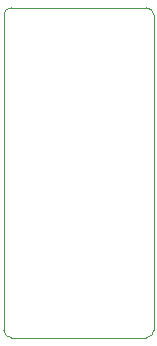
<source format=gbr>
G04 #@! TF.FileFunction,Other,ECO2*
%FSLAX46Y46*%
G04 Gerber Fmt 4.6, Leading zero omitted, Abs format (unit mm)*
G04 Created by KiCad (PCBNEW 4.0.2-stable) date Friday, April 10, 2020 'PMt' 07:46:05 PM*
%MOMM*%
G01*
G04 APERTURE LIST*
%ADD10C,0.100000*%
%ADD11C,0.010000*%
G04 APERTURE END LIST*
D10*
D11*
X12065000Y0D02*
G75*
G03X12700000Y635000I0J635000D01*
G01*
X0Y635000D02*
G75*
G03X635000Y0I635000J0D01*
G01*
X12700000Y27305000D02*
G75*
G03X12065000Y27940000I-635000J0D01*
G01*
X635000Y27940000D02*
G75*
G03X0Y27305000I0J-635000D01*
G01*
X12065000Y27940000D02*
X635000Y27940000D01*
X12700000Y635000D02*
X12700000Y27305000D01*
X635000Y0D02*
X12065000Y0D01*
X0Y27305000D02*
X0Y635000D01*
M02*

</source>
